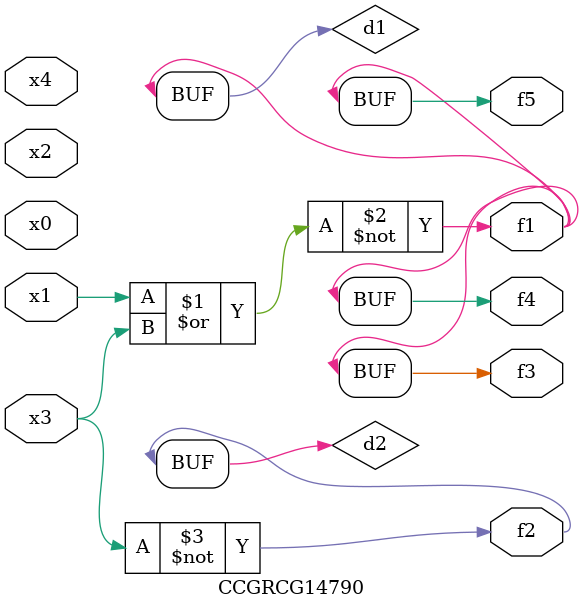
<source format=v>
module CCGRCG14790(
	input x0, x1, x2, x3, x4,
	output f1, f2, f3, f4, f5
);

	wire d1, d2;

	nor (d1, x1, x3);
	not (d2, x3);
	assign f1 = d1;
	assign f2 = d2;
	assign f3 = d1;
	assign f4 = d1;
	assign f5 = d1;
endmodule

</source>
